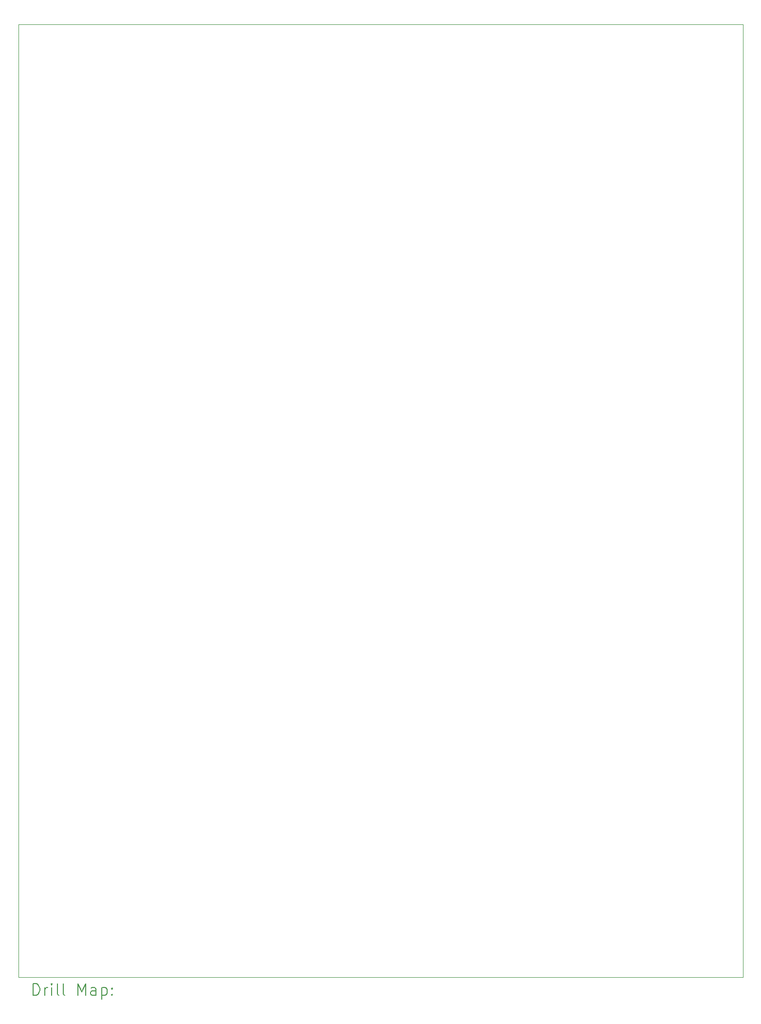
<source format=gbr>
%TF.GenerationSoftware,KiCad,Pcbnew,8.0.2*%
%TF.CreationDate,2024-05-04T16:44:43-04:00*%
%TF.ProjectId,RGBsensorBoard,52474273-656e-4736-9f72-426f6172642e,rev?*%
%TF.SameCoordinates,Original*%
%TF.FileFunction,Drillmap*%
%TF.FilePolarity,Positive*%
%FSLAX45Y45*%
G04 Gerber Fmt 4.5, Leading zero omitted, Abs format (unit mm)*
G04 Created by KiCad (PCBNEW 8.0.2) date 2024-05-04 16:44:43*
%MOMM*%
%LPD*%
G01*
G04 APERTURE LIST*
%ADD10C,0.050000*%
%ADD11C,0.200000*%
G04 APERTURE END LIST*
D10*
X4177478Y-2477844D02*
X16777478Y-2477844D01*
X16777478Y-19027844D01*
X4177478Y-19027844D01*
X4177478Y-2477844D01*
D11*
X4435755Y-19341828D02*
X4435755Y-19141828D01*
X4435755Y-19141828D02*
X4483374Y-19141828D01*
X4483374Y-19141828D02*
X4511945Y-19151352D01*
X4511945Y-19151352D02*
X4530993Y-19170400D01*
X4530993Y-19170400D02*
X4540517Y-19189447D01*
X4540517Y-19189447D02*
X4550040Y-19227542D01*
X4550040Y-19227542D02*
X4550040Y-19256114D01*
X4550040Y-19256114D02*
X4540517Y-19294209D01*
X4540517Y-19294209D02*
X4530993Y-19313257D01*
X4530993Y-19313257D02*
X4511945Y-19332304D01*
X4511945Y-19332304D02*
X4483374Y-19341828D01*
X4483374Y-19341828D02*
X4435755Y-19341828D01*
X4635755Y-19341828D02*
X4635755Y-19208495D01*
X4635755Y-19246590D02*
X4645278Y-19227542D01*
X4645278Y-19227542D02*
X4654802Y-19218019D01*
X4654802Y-19218019D02*
X4673850Y-19208495D01*
X4673850Y-19208495D02*
X4692898Y-19208495D01*
X4759564Y-19341828D02*
X4759564Y-19208495D01*
X4759564Y-19141828D02*
X4750040Y-19151352D01*
X4750040Y-19151352D02*
X4759564Y-19160876D01*
X4759564Y-19160876D02*
X4769088Y-19151352D01*
X4769088Y-19151352D02*
X4759564Y-19141828D01*
X4759564Y-19141828D02*
X4759564Y-19160876D01*
X4883374Y-19341828D02*
X4864326Y-19332304D01*
X4864326Y-19332304D02*
X4854802Y-19313257D01*
X4854802Y-19313257D02*
X4854802Y-19141828D01*
X4988136Y-19341828D02*
X4969088Y-19332304D01*
X4969088Y-19332304D02*
X4959564Y-19313257D01*
X4959564Y-19313257D02*
X4959564Y-19141828D01*
X5216707Y-19341828D02*
X5216707Y-19141828D01*
X5216707Y-19141828D02*
X5283374Y-19284685D01*
X5283374Y-19284685D02*
X5350040Y-19141828D01*
X5350040Y-19141828D02*
X5350040Y-19341828D01*
X5530993Y-19341828D02*
X5530993Y-19237066D01*
X5530993Y-19237066D02*
X5521469Y-19218019D01*
X5521469Y-19218019D02*
X5502421Y-19208495D01*
X5502421Y-19208495D02*
X5464326Y-19208495D01*
X5464326Y-19208495D02*
X5445278Y-19218019D01*
X5530993Y-19332304D02*
X5511945Y-19341828D01*
X5511945Y-19341828D02*
X5464326Y-19341828D01*
X5464326Y-19341828D02*
X5445278Y-19332304D01*
X5445278Y-19332304D02*
X5435755Y-19313257D01*
X5435755Y-19313257D02*
X5435755Y-19294209D01*
X5435755Y-19294209D02*
X5445278Y-19275162D01*
X5445278Y-19275162D02*
X5464326Y-19265638D01*
X5464326Y-19265638D02*
X5511945Y-19265638D01*
X5511945Y-19265638D02*
X5530993Y-19256114D01*
X5626231Y-19208495D02*
X5626231Y-19408495D01*
X5626231Y-19218019D02*
X5645278Y-19208495D01*
X5645278Y-19208495D02*
X5683374Y-19208495D01*
X5683374Y-19208495D02*
X5702421Y-19218019D01*
X5702421Y-19218019D02*
X5711945Y-19227542D01*
X5711945Y-19227542D02*
X5721469Y-19246590D01*
X5721469Y-19246590D02*
X5721469Y-19303733D01*
X5721469Y-19303733D02*
X5711945Y-19322781D01*
X5711945Y-19322781D02*
X5702421Y-19332304D01*
X5702421Y-19332304D02*
X5683374Y-19341828D01*
X5683374Y-19341828D02*
X5645278Y-19341828D01*
X5645278Y-19341828D02*
X5626231Y-19332304D01*
X5807183Y-19322781D02*
X5816707Y-19332304D01*
X5816707Y-19332304D02*
X5807183Y-19341828D01*
X5807183Y-19341828D02*
X5797659Y-19332304D01*
X5797659Y-19332304D02*
X5807183Y-19322781D01*
X5807183Y-19322781D02*
X5807183Y-19341828D01*
X5807183Y-19218019D02*
X5816707Y-19227542D01*
X5816707Y-19227542D02*
X5807183Y-19237066D01*
X5807183Y-19237066D02*
X5797659Y-19227542D01*
X5797659Y-19227542D02*
X5807183Y-19218019D01*
X5807183Y-19218019D02*
X5807183Y-19237066D01*
M02*

</source>
